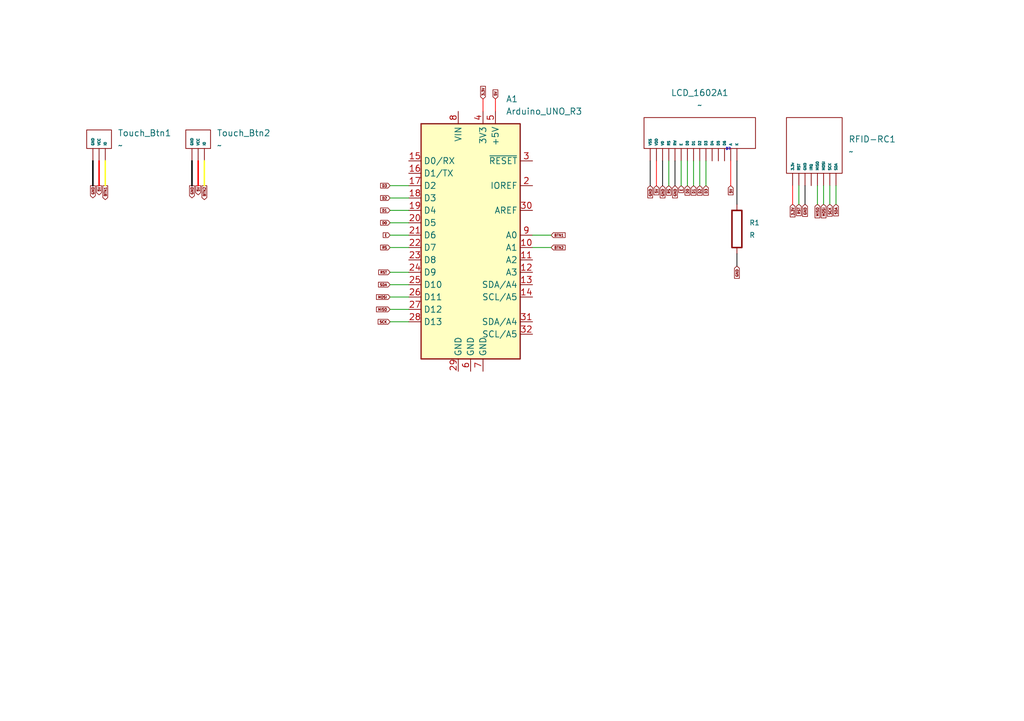
<source format=kicad_sch>
(kicad_sch (version 20250114) (generator "eeschema") (generator_version "9.0")
  (paper "A5")
  (title_block (title "Esp32 Gas Sensors") (date "2025-11-09") (company "Rotaru Darius"))
  (lib_symbols
    (symbol "MCU_Module:Arduino_UNO_R3"
      (property "Reference" "A" (at -10.16 23.495 0))
      (property "Value" "Arduino_UNO_R3" (at 5.08 -26.67 0))
      (symbol "Arduino_UNO_R3_0_1"
        (rectangle (start -10.16 22.86) (end 10.16 -25.4) (stroke (width 0.254)) (fill (type background)))
      )
      (symbol "Arduino_UNO_R3_1_1"
        (pin bidirectional line (at -12.7 15.24 0) (length 2.54) (name "D0/RX") (number "15"))
        (pin bidirectional line (at -12.7 12.7 0) (length 2.54) (name "D1/TX") (number "16"))
        (pin bidirectional line (at -12.7 10.16 0) (length 2.54) (name "D2") (number "17"))
        (pin bidirectional line (at -12.7 7.62 0) (length 2.54) (name "D3") (number "18"))
        (pin bidirectional line (at -12.7 5.08 0) (length 2.54) (name "D4") (number "19"))
        (pin bidirectional line (at -12.7 2.54 0) (length 2.54) (name "D5") (number "20"))
        (pin bidirectional line (at -12.7 0 0) (length 2.54) (name "D6") (number "21"))
        (pin bidirectional line (at -12.7 -2.54 0) (length 2.54) (name "D7") (number "22"))
        (pin bidirectional line (at -12.7 -5.08 0) (length 2.54) (name "D8") (number "23"))
        (pin bidirectional line (at -12.7 -7.62 0) (length 2.54) (name "D9") (number "24"))
        (pin bidirectional line (at -12.7 -10.16 0) (length 2.54) (name "D10") (number "25"))
        (pin bidirectional line (at -12.7 -12.7 0) (length 2.54) (name "D11") (number "26"))
        (pin bidirectional line (at -12.7 -15.24 0) (length 2.54) (name "D12") (number "27"))
        (pin bidirectional line (at -12.7 -17.78 0) (length 2.54) (name "D13") (number "28"))
        (pin no_connect line (at -10.16 -20.32 0) (length 2.54) (hide yes) (name "NC") (number "1"))
        (pin power_in line (at -2.54 25.4 270) (length 2.54) (name "VIN") (number "8"))
        (pin power_in line (at -2.54 -27.94 90) (length 2.54) (name "GND") (number "29"))
        (pin power_in line (at 0 -27.94 90) (length 2.54) (name "GND") (number "6"))
        (pin power_out line (at 2.54 25.4 270) (length 2.54) (name "3V3") (number "4"))
        (pin power_in line (at 2.54 -27.94 90) (length 2.54) (name "GND") (number "7"))
        (pin power_out line (at 5.08 25.4 270) (length 2.54) (name "+5V") (number "5"))
        (pin input line (at 12.7 15.24 180) (length 2.54) (name "~{RESET}") (number "3"))
        (pin output line (at 12.7 10.16 180) (length 2.54) (name "IOREF") (number "2"))
        (pin input line (at 12.7 5.08 180) (length 2.54) (name "AREF") (number "30"))
        (pin bidirectional line (at 12.7 0 180) (length 2.54) (name "A0") (number "9"))
        (pin bidirectional line (at 12.7 -2.54 180) (length 2.54) (name "A1") (number "10"))
        (pin bidirectional line (at 12.7 -5.08 180) (length 2.54) (name "A2") (number "11"))
        (pin bidirectional line (at 12.7 -7.62 180) (length 2.54) (name "A3") (number "12"))
        (pin bidirectional line (at 12.7 -10.16 180) (length 2.54) (name "SDA/A4") (number "13"))
        (pin bidirectional line (at 12.7 -12.7 180) (length 2.54) (name "SCL/A5") (number "14"))
        (pin bidirectional line (at 12.7 -17.78 180) (length 2.54) (name "SDA/A4") (number "31"))
        (pin bidirectional line (at 12.7 -20.32 180) (length 2.54) (name "SCL/A5") (number "32"))
      )
    )
    (symbol "PL_resistors:R" (pin_numbers (hide yes)) (pin_names (offset 0))
      (property "Reference" "R" (at 2.032 0 90))
      (property "Value" "R" (at 0 0 90))
      (symbol "R_0_1"
        (rectangle (start -1.016 3.81) (end 1.016 -3.81) (stroke (width 0.3048)))
      )
      (symbol "R_1_1"
        (pin passive line (at 0 5.08 270) (length 1.27) (name "~") (number "1"))
        (pin passive line (at 0 -5.08 90) (length 1.27) (name "~") (number "2"))
      )
    )
    (symbol "Touch-Btn_1"
      (property "Reference" "Touch_Btn" (at 0 1.524 0))
      (symbol "Touch-Btn_1_0_1"
        (rectangle (start -2.54 0) (end 2.54 -3.81))
      )
      (symbol "Touch-Btn_1_1_1"
        (pin input line (at -1.27 -6.35 90) (length 2.54) (name "GND") (number ""))
        (pin power_in line (at 0 -6.35 90) (length 2.54) (name "VCC") (number ""))
        (pin output line (at 1.27 -6.35 90) (length 2.54) (name "I0") (number ""))
      )
    )
    (symbol "myLibrary:LCD-1602A"
      (property "Reference" "LCD_1602A" (at 0 0 0))
      (symbol "LCD-1602A_0_1"
        (rectangle (start -10.16 -1.27) (end 12.7 -7.62))
      )
      (symbol "LCD-1602A_1_1"
        (pin power_in line (at -8.89 -10.16 90) (length 2.54) (name "VSS") (number ""))
        (pin input line (at -7.62 -10.16 90) (length 2.54) (name "VDD") (number ""))
        (pin input line (at -6.35 -10.16 90) (length 2.54) (name "V0") (number ""))
        (pin input line (at -5.08 -10.16 90) (length 2.54) (name "RS") (number ""))
        (pin input line (at -3.81 -10.16 90) (length 2.54) (name "RW") (number ""))
        (pin input line (at -2.54 -10.16 90) (length 2.54) (name "E") (number ""))
        (pin input line (at -1.27 -10.16 90) (length 2.54) (name "D0") (number ""))
        (pin input line (at 0 -10.16 90) (length 2.54) (name "D1") (number ""))
        (pin input line (at 1.27 -10.16 90) (length 2.54) (name "D2") (number ""))
        (pin input line (at 2.54 -10.16 90) (length 2.54) (name "D3") (number ""))
        (pin input line (at 3.81 -10.16 90) (length 2.54) (name "D4") (number ""))
        (pin input line (at 5.08 -10.16 90) (length 2.54) (name "D5") (number ""))
        (pin input line (at 6.35 -10.16 90) (length 2.54) (name "D6") (number ""))
        (pin input line (at 7.62 -10.16 90) (length 2.54) (name "A") (number ""))
        (pin input line (at 8.89 -10.16 90) (length 2.54) (name "K") (number ""))
      )
    )
    (symbol "myLibrary:RFID-RC522"
      (property "Reference" "RFID-RC522" (at -0.762 7.62 0))
      (symbol "RFID-RC522_0_1"
        (rectangle (start -6.35 6.35) (end 5.08 -5.08))
      )
      (symbol "RFID-RC522_1_1"
        (pin power_in line (at -5.08 -7.62 90) (length 2.54) (name "3.3v") (number ""))
        (pin input line (at -3.81 -7.62 90) (length 2.54) (name "RST") (number ""))
        (pin input line (at -2.54 -7.62 90) (length 2.54) (name "GND") (number ""))
        (pin input line (at -1.27 -7.62 90) (length 2.54) (name "IRQ") (number ""))
        (pin input line (at 0 -7.62 90) (length 2.54) (name "MISO") (number ""))
        (pin input line (at 1.27 -7.62 90) (length 2.54) (name "MOSI") (number ""))
        (pin input line (at 2.54 -7.62 90) (length 2.54) (name "SCK") (number ""))
        (pin input line (at 3.81 -7.62 90) (length 2.54) (name "SDA") (number ""))
      )
    )
    (symbol "myLibrary:Touch-Btn"
      (property "Reference" "Touch_Btn" (at 0 1.524 0))
      (symbol "Touch-Btn_0_1"
        (rectangle (start -2.54 0) (end 2.54 -3.81))
      )
      (symbol "Touch-Btn_1_1"
        (pin input line (at -1.27 -6.35 90) (length 2.54) (name "GND") (number ""))
        (pin power_in line (at 0 -6.35 90) (length 2.54) (name "VCC") (number ""))
        (pin output line (at 1.27 -6.35 90) (length 2.54) (name "I0") (number ""))
      )
    )
  )
  (text "D7" (at 149.352 30.734 0) (effects (font (size 0.508 0.508))))
  (wire (pts (xy 139.7 33.02) (xy 139.7 38.1)))
  (wire (pts (xy 167.64 38.1) (xy 167.64 41.91)))
  (bus (pts (xy 39.37 33.02) (xy 39.37 38.1)) (stroke (width 0) (color 0 0 0 1)))
  (wire (pts (xy 135.89 33.02) (xy 135.89 38.1)) (stroke (width 0) (color 0 0 0 1)))
  (wire (pts (xy 163.83 38.1) (xy 163.83 41.91)))
  (wire (pts (xy 80.01 55.88) (xy 83.82 55.88)))
  (wire (pts (xy 162.56 38.1) (xy 162.56 41.91)) (stroke (width 0) (color 255 2 0 1)))
  (wire (pts (xy 143.51 33.02) (xy 143.51 38.1)))
  (wire (pts (xy 109.22 48.26) (xy 113.03 48.26)))
  (wire (pts (xy 80.01 50.8) (xy 83.82 50.8)))
  (wire (pts (xy 80.01 38.1) (xy 83.82 38.1)))
  (wire (pts (xy 80.01 60.96) (xy 83.82 60.96)))
  (wire (pts (xy 142.24 33.02) (xy 142.24 38.1)))
  (wire (pts (xy 80.01 45.72) (xy 83.82 45.72)))
  (wire (pts (xy 80.01 40.64) (xy 83.82 40.64)))
  (wire (pts (xy 144.78 33.02) (xy 144.78 38.1)))
  (wire (pts (xy 134.62 33.02) (xy 134.62 38.1)) (stroke (width 0) (color 255 2 0 1)))
  (wire (pts (xy 140.97 33.02) (xy 140.97 38.1)))
  (wire (pts (xy 149.86 33.02) (xy 149.86 38.1)) (stroke (width 0) (color 255 2 0 1)))
  (wire (pts (xy 151.13 33.02) (xy 151.13 41.91)) (stroke (width 0) (color 0 0 0 1)))
  (wire (pts (xy 80.01 43.18) (xy 83.82 43.18)))
  (wire (pts (xy 170.18 38.1) (xy 170.18 41.91)))
  (wire (pts (xy 80.01 63.5) (xy 83.82 63.5)))
  (bus (pts (xy 20.32 33.02) (xy 20.32 38.1)) (stroke (width 0) (color 255 2 0 1)))
  (wire (pts (xy 138.43 33.02) (xy 138.43 38.1)) (stroke (width 0) (color 0 0 0 1)))
  (wire (pts (xy 168.91 38.1) (xy 168.91 41.91)))
  (wire (pts (xy 151.13 52.07) (xy 151.13 54.61)) (stroke (width 0) (color 0 0 0 1)))
  (bus (pts (xy 41.91 33.02) (xy 41.91 38.1)) (stroke (width 0) (color 253 255 41 1)))
  (bus (pts (xy 21.59 33.02) (xy 21.59 38.1)) (stroke (width 0) (color 253 255 41 1)))
  (wire (pts (xy 80.01 58.42) (xy 83.82 58.42)))
  (wire (pts (xy 99.06 20.32) (xy 99.06 22.86)) (stroke (width 0) (color 255 2 0 1)))
  (bus (pts (xy 19.05 33.02) (xy 19.05 38.1)) (stroke (width 0) (color 0 0 0 1)))
  (wire (pts (xy 133.35 33.02) (xy 133.35 38.1)) (stroke (width 0) (color 0 0 0 1)))
  (wire (pts (xy 165.1 38.1) (xy 165.1 41.91)) (stroke (width 0) (color 0 0 0 1)))
  (wire (pts (xy 101.6 20.32) (xy 101.6 22.86)) (stroke (width 0) (color 255 2 0 1)))
  (bus (pts (xy 40.64 33.02) (xy 40.64 38.1)) (stroke (width 0) (color 255 2 0 1)))
  (wire (pts (xy 80.01 48.26) (xy 83.82 48.26)))
  (wire (pts (xy 80.01 66.04) (xy 83.82 66.04)))
  (wire (pts (xy 171.45 38.1) (xy 171.45 41.91)))
  (wire (pts (xy 109.22 50.8) (xy 113.03 50.8)))
  (wire (pts (xy 137.16 33.02) (xy 137.16 38.1)))
  (global_label "BTN2" (shape input) (at 113.03 50.8 0) (effects (font (size 0.508 0.508))) (property "Intersheetrefs" "${INTERSHEET_REFS}" (effects (hide yes))))
  (global_label "D3" (shape input) (at 144.78 38.1 270) (effects (font (size 0.508 0.508))) (property "Intersheetrefs" "${INTERSHEET_REFS}" (effects (hide yes))))
  (global_label "MOSI" (shape input) (at 168.91 41.91 270) (effects (font (size 0.508 0.508))) (property "Intersheetrefs" "${INTERSHEET_REFS}" (effects (hide yes))))
  (global_label "SCK" (shape input) (at 170.18 41.91 270) (effects (font (size 0.508 0.508))) (property "Intersheetrefs" "${INTERSHEET_REFS}" (effects (hide yes))))
  (global_label "D2" (shape input) (at 143.51 38.1 270) (effects (font (size 0.508 0.508))) (property "Intersheetrefs" "${INTERSHEET_REFS}" (effects (hide yes))))
  (global_label "E" (shape input) (at 80.01 48.26 180) (effects (font (size 0.508 0.508))) (property "Intersheetrefs" "${INTERSHEET_REFS}" (effects (hide yes))))
  (global_label "5V" (shape input) (at 149.86 38.1 270) (effects (font (size 0.508 0.508))) (property "Intersheetrefs" "${INTERSHEET_REFS}" (effects (hide yes))))
  (global_label "BTN1" (shape input) (at 113.03 48.26 0) (effects (font (size 0.508 0.508))) (property "Intersheetrefs" "${INTERSHEET_REFS}" (effects (hide yes))))
  (global_label "RS" (shape input) (at 137.16 38.1 270) (effects (font (size 0.508 0.508))) (property "Intersheetrefs" "${INTERSHEET_REFS}" (effects (hide yes))))
  (global_label "GND" (shape output) (at 19.05 38.1 270) (effects (font (size 0.508 0.508))) (property "Intersheetrefs" "${INTERSHEET_REFS}" (effects (hide yes))))
  (global_label "E" (shape input) (at 139.7 38.1 270) (effects (font (size 0.508 0.508))) (property "Intersheetrefs" "${INTERSHEET_REFS}" (effects (hide yes))))
  (global_label "MOSI" (shape input) (at 80.01 60.96 180) (effects (font (size 0.508 0.508))) (property "Intersheetrefs" "${INTERSHEET_REFS}" (effects (hide yes))))
  (global_label "SDA" (shape input) (at 171.45 41.91 270) (effects (font (size 0.508 0.508))) (property "Intersheetrefs" "${INTERSHEET_REFS}" (effects (hide yes))))
  (global_label "GND" (shape input) (at 151.13 54.61 270) (effects (font (size 0.508 0.508))) (property "Intersheetrefs" "${INTERSHEET_REFS}" (effects (hide yes))))
  (global_label "SCK" (shape input) (at 80.01 66.04 180) (effects (font (size 0.508 0.508))) (property "Intersheetrefs" "${INTERSHEET_REFS}" (effects (hide yes))))
  (global_label "GND" (shape input) (at 133.35 38.1 270) (effects (font (size 0.508 0.508))) (property "Intersheetrefs" "${INTERSHEET_REFS}" (effects (hide yes))))
  (global_label "3.3V" (shape input) (at 162.56 41.91 270) (effects (font (size 0.508 0.508))) (property "Intersheetrefs" "${INTERSHEET_REFS}" (effects (hide yes))))
  (global_label "RS" (shape input) (at 80.01 50.8 180) (effects (font (size 0.508 0.508))) (property "Intersheetrefs" "${INTERSHEET_REFS}" (effects (hide yes))))
  (global_label "D0" (shape input) (at 140.97 38.1 270) (effects (font (size 0.508 0.508))) (property "Intersheetrefs" "${INTERSHEET_REFS}" (effects (hide yes))))
  (global_label "RST" (shape input) (at 80.01 55.88 180) (effects (font (size 0.508 0.508))) (property "Intersheetrefs" "${INTERSHEET_REFS}" (effects (hide yes))))
  (global_label "5V" (shape input) (at 101.6 20.32 90) (effects (font (size 0.508 0.508))) (property "Intersheetrefs" "${INTERSHEET_REFS}" (effects (hide yes))))
  (global_label "RST" (shape input) (at 163.83 41.91 270) (effects (font (size 0.508 0.508))) (property "Intersheetrefs" "${INTERSHEET_REFS}" (effects (hide yes))))
  (global_label "D1" (shape input) (at 142.24 38.1 270) (effects (font (size 0.508 0.508))) (property "Intersheetrefs" "${INTERSHEET_REFS}" (effects (hide yes))))
  (global_label "5V" (shape output) (at 20.32 38.1 270) (effects (font (size 0.508 0.508))) (property "Intersheetrefs" "${INTERSHEET_REFS}" (effects (hide yes))))
  (global_label "GND" (shape input) (at 165.1 41.91 270) (effects (font (size 0.508 0.508))) (property "Intersheetrefs" "${INTERSHEET_REFS}" (effects (hide yes))))
  (global_label "GND" (shape input) (at 135.89 38.1 270) (effects (font (size 0.508 0.508))) (property "Intersheetrefs" "${INTERSHEET_REFS}" (effects (hide yes))))
  (global_label "MISO" (shape input) (at 167.64 41.91 270) (effects (font (size 0.508 0.508))) (property "Intersheetrefs" "${INTERSHEET_REFS}" (effects (hide yes))))
  (global_label "5V" (shape output) (at 40.64 38.1 270) (effects (font (size 0.508 0.508))) (property "Intersheetrefs" "${INTERSHEET_REFS}" (effects (hide yes))))
  (global_label "5V" (shape input) (at 134.62 38.1 270) (effects (font (size 0.508 0.508))) (property "Intersheetrefs" "${INTERSHEET_REFS}" (effects (hide yes))))
  (global_label "D2" (shape input) (at 80.01 40.64 180) (effects (font (size 0.508 0.508))) (property "Intersheetrefs" "${INTERSHEET_REFS}" (effects (hide yes))))
  (global_label "3.3V" (shape input) (at 99.06 20.32 90) (effects (font (size 0.508 0.508))) (property "Intersheetrefs" "${INTERSHEET_REFS}" (effects (hide yes))))
  (global_label "D0" (shape input) (at 80.01 45.72 180) (effects (font (size 0.508 0.508))) (property "Intersheetrefs" "${INTERSHEET_REFS}" (effects (hide yes))))
  (global_label "D1" (shape input) (at 80.01 43.18 180) (effects (font (size 0.508 0.508))) (property "Intersheetrefs" "${INTERSHEET_REFS}" (effects (hide yes))))
  (global_label "BTN1" (shape output) (at 21.59 38.1 270) (effects (font (size 0.508 0.508))) (property "Intersheetrefs" "${INTERSHEET_REFS}" (effects (hide yes))))
  (global_label "BTN2" (shape output) (at 41.91 38.1 270) (effects (font (size 0.508 0.508))) (property "Intersheetrefs" "${INTERSHEET_REFS}" (effects (hide yes))))
  (global_label "D3" (shape input) (at 80.01 38.1 180) (effects (font (size 0.508 0.508))) (property "Intersheetrefs" "${INTERSHEET_REFS}" (effects (hide yes))))
  (global_label "GND" (shape output) (at 39.37 38.1 270) (effects (font (size 0.508 0.508))) (property "Intersheetrefs" "${INTERSHEET_REFS}" (effects (hide yes))))
  (global_label "SDA" (shape input) (at 80.01 58.42 180) (effects (font (size 0.508 0.508))) (property "Intersheetrefs" "${INTERSHEET_REFS}" (effects (hide yes))))
  (global_label "GND" (shape input) (at 138.43 38.1 270) (effects (font (size 0.508 0.508))) (property "Intersheetrefs" "${INTERSHEET_REFS}" (effects (hide yes))))
  (global_label "MISO" (shape input) (at 80.01 63.5 180) (effects (font (size 0.508 0.508))) (property "Intersheetrefs" "${INTERSHEET_REFS}" (effects (hide yes))))
  (symbol (lib_name "Touch-Btn_1") (lib_id "myLibrary:Touch-Btn") (at 40.64 26.67 0) (unit 1)
    (property "Reference" "Touch_Btn2" (at 44.45 27.3049 0) (effects (justify left)))
    (property "Value" "~" (at 44.45 29.8449 0) (effects (justify left)))
  )
  (symbol (lib_id "MCU_Module:Arduino_UNO_R3") (at 96.52 48.26 0) (unit 1)
    (property "Reference" "A1" (at 103.7433 20.32 0) (effects (justify left)))
    (property "Value" "Arduino_UNO_R3" (at 103.7433 22.86 0) (effects (justify left)))
    (property "Footprint" "Module:Arduino_UNO_R3" (effects (hide yes)))
    (property "Datasheet" "https://www.arduino.cc/en/Main/arduinoBoardUno" (effects (hide yes)))
    (property "Description" "Arduino UNO Microcontroller Module, release 3" (effects (hide yes)))
  )
  (symbol (lib_id "myLibrary:RFID-RC522") (at 167.64 30.48 0) (unit 1)
    (property "Reference" "RFID-RC1" (at 173.99 28.5749 0) (effects (justify left)))
    (property "Value" "~" (at 173.99 31.1149 0) (effects (justify left)))
  )
  (symbol (lib_id "PL_resistors:R") (at 151.13 46.99 0) (unit 1)
    (property "Reference" "R1" (at 153.67 45.7199 0) (effects (font (size 1.016 1.016)) (justify left)))
    (property "Value" "R" (at 153.67 48.2599 0) (effects (font (size 1.016 1.016)) (justify left)))
  )
  (symbol (lib_id "myLibrary:Touch-Btn") (at 20.32 26.67 0) (unit 1)
    (property "Reference" "Touch_Btn1" (at 24.13 27.3049 0) (effects (justify left)))
    (property "Value" "~" (at 24.13 29.8449 0) (effects (justify left)))
  )
  (symbol (lib_id "myLibrary:LCD-1602A") (at 142.24 22.86 0) (unit 1)
    (property "Reference" "LCD_1602A1" (at 143.51 19.05 0))
    (property "Value" "~" (at 143.51 21.59 0))
  )
)
</source>
